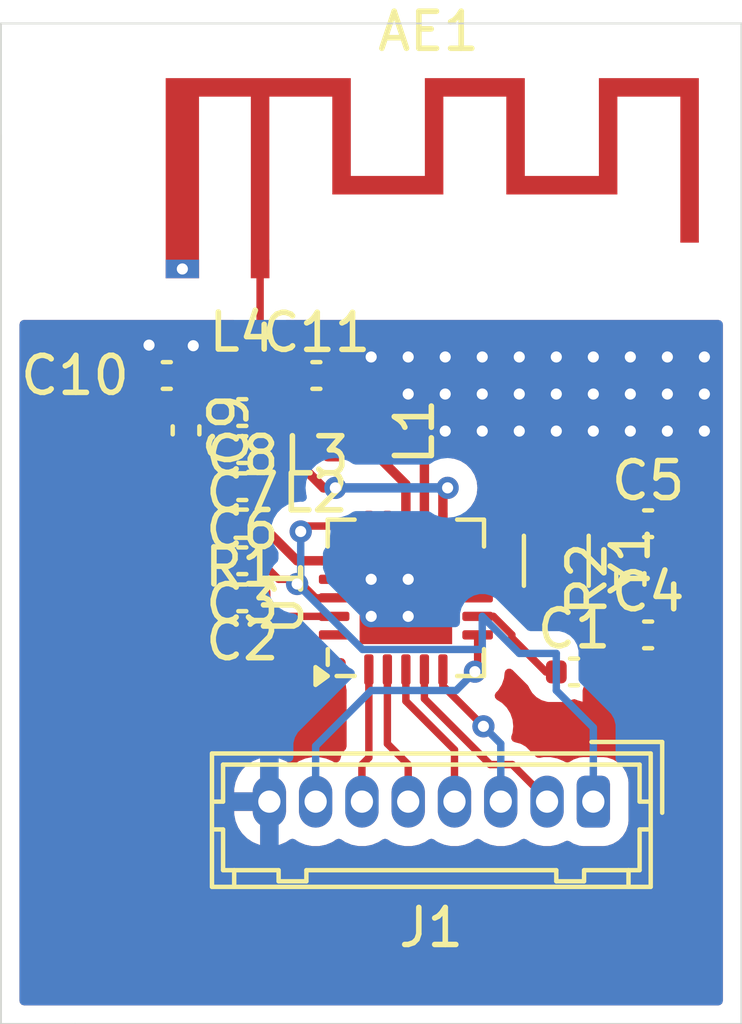
<source format=kicad_pcb>
(kicad_pcb (version 20240108) (generator "pcbnew") (generator_version "8.0")
  (layers (0 "F.Cu" signal) (31 "B.Cu" signal) (34 "B.Paste" user) (35 "F.Paste" user) (36 "B.SilkS" user "B.Silkscreen") (37 "F.SilkS" user "F.Silkscreen") (38 "B.Mask" user) (39 "F.Mask" user) (44 "Edge.Cuts" user))
  (net 0 "")
  (net 1 "Net-(AE1-A)")
  (net 2 "GND")
  (net 3 "VDD")
  (net 4 "Net-(U1-DVDD)")
  (net 5 "Net-(U1-XC2)")
  (net 6 "Net-(U1-XC1)")
  (net 7 "Net-(U1-VDD_PA)")
  (net 8 "Net-(C8-Pad1)")
  (net 9 "Net-(C10-Pad1)")
  (net 10 "Net-(J1-Pin_2)")
  (net 11 "Net-(J1-Pin_4)")
  (net 12 "Net-(J1-Pin_3)")
  (net 13 "Net-(J1-Pin_7)")
  (net 14 "Net-(J1-Pin_5)")
  (net 15 "Net-(J1-Pin_6)")
  (net 16 "Net-(U1-ANT2)")
  (net 17 "Net-(U1-ANT1)")
  (net 18 "Net-(U1-IREF)")
  (net 19 "Net-(U1-VSS-Pad17)")
  (footprint "Capacitor_SMD:C_0402_1005Metric" (layer "F.Cu") (at 72.48 51.5)
    (property "Reference" "C5" (at 0 -1.16 0) (layer "F.SilkS"))
    (property "Value" "22p")
    (fp_line (start -0.107836 -0.36) (end 0.107836 -0.36) (stroke (width 0.12)) (layer "F.SilkS"))
    (fp_line (start -0.107836 0.36) (end 0.107836 0.36) (stroke (width 0.12)) (layer "F.SilkS"))
    (pad "1" smd roundrect (at -0.48 0) (size 0.56 0.62) (layers "F.Cu" "F.Paste" "F.Mask") (net 6 "Net-(U1-XC1)"))
    (pad "2" smd roundrect (at 0.48 0) (size 0.56 0.62) (layers "F.Cu" "F.Paste" "F.Mask") (net 2 "GND"))
  )
  (footprint "Capacitor_SMD:C_0402_1005Metric" (layer "F.Cu") (at 63.52 47.5)
    (property "Reference" "C11" (at 0 -1.16 0) (layer "F.SilkS"))
    (property "Value" "1p")
    (fp_line (start -0.107836 -0.36) (end 0.107836 -0.36) (stroke (width 0.12)) (layer "F.SilkS"))
    (fp_line (start -0.107836 0.36) (end 0.107836 0.36) (stroke (width 0.12)) (layer "F.SilkS"))
    (pad "1" smd roundrect (at -0.48 0) (size 0.56 0.62) (layers "F.Cu" "F.Paste" "F.Mask") (net 1 "Net-(AE1-A)"))
    (pad "2" smd roundrect (at 0.48 0) (size 0.56 0.62) (layers "F.Cu" "F.Paste" "F.Mask") (net 2 "GND"))
  )
  (footprint "Capacitor_SMD:C_0402_1005Metric" (layer "F.Cu") (at 61.52 49.5 180)
    (property "Reference" "C7" (at 0 -1.16 0) (layer "F.SilkS"))
    (property "Value" "C_Small")
    (fp_line (start -0.107836 0.36) (end 0.107836 0.36) (stroke (width 0.12)) (layer "F.SilkS"))
    (fp_line (start -0.107836 -0.36) (end 0.107836 -0.36) (stroke (width 0.12)) (layer "F.SilkS"))
    (pad "1" smd roundrect (at -0.48 0 180) (size 0.56 0.62) (layers "F.Cu" "F.Paste" "F.Mask") (net 7 "Net-(U1-VDD_PA)"))
    (pad "2" smd roundrect (at 0.48 0 180) (size 0.56 0.62) (layers "F.Cu" "F.Paste" "F.Mask") (net 2 "GND"))
  )
  (footprint "Inductor_SMD:L_0402_1005Metric" (layer "F.Cu") (at 63.485 49.5 180)
    (property "Reference" "L2" (at 0 -1.17 0) (layer "F.SilkS"))
    (property "Value" "3n9")
    (pad "1" smd roundrect (at -0.485 0 180) (size 0.59 0.64) (layers "F.Cu" "F.Paste" "F.Mask") (net 16 "Net-(U1-ANT2)"))
    (pad "2" smd roundrect (at 0.485 0 180) (size 0.59 0.64) (layers "F.Cu" "F.Paste" "F.Mask") (net 7 "Net-(U1-VDD_PA)"))
  )
  (footprint "RF_Antenna:Texas_SWRA117D_2.4GHz_Right" (layer "F.Cu") (at 62 44.625)
    (property "Reference" "AE1" (at 4.55 -6.41 0) (layer "F.SilkS"))
    (property "Value" "Antenna")
    (fp_poly (pts (xy 2.45 -2.51) (xy 4.45 -2.51) (xy 4.45 -5.15) (xy 7.15 -5.15) (xy 7.15 -2.51) (xy 9.15 -2.51) (xy 9.15 -5.15) (xy 11.85 -5.15) (xy 11.85 -0.71) (xy 11.35 -0.71) (xy 11.35 -4.65) (xy 9.65 -4.65) (xy 9.65 -2.01) (xy 6.65 -2.01) (xy 6.65 -4.65) (xy 4.95 -4.65) (xy 4.95 -2.01) (xy 1.95 -2.01) (xy 1.95 -4.65) (xy 0.25 -4.65) (xy 0.25 0.25) (xy -0.25 0.25) (xy -0.25 -4.65) (xy -1.65 -4.65) (xy -1.65 0.25) (xy -2.55 0.25) (xy -2.55 0.006785) (xy -2.247583 0.006785) (xy -2.237742 0.054395) (xy -2.213674 0.096797) (xy -2.175731 0.129581) (xy -2.167819 0.133935) (xy -2.125156 0.146043) (xy -2.076637 0.1453) (xy -2.031122 0.1324) (xy -2.012511 0.121787) (xy -1.978868 0.086553) (xy -1.958309 0.041368) (xy -1.951778 -0.008158) (xy -1.960218 -0.056417) (xy -1.977112 -0.088643) (xy -2.012372 -0.121313) (xy -2.057682 -0.141408) (xy -2.107267 -0.147982) (xy -2.155353 -0.140092) (xy -2.188245 -0.123186) (xy -2.223185 -0.086416) (xy -2.242847 -0.041622) (xy -2.247583 0.006785) (xy -2.55 0.006785) (xy -2.55 -5.15) (xy 2.45 -5.15) (xy 2.45 -2.51)) (fill solid) (layer "F.Cu"))
    (pad "1" connect rect (at 0 0) (size 0.5 0.5) (layers "F.Cu") (net 1 "Net-(AE1-A)"))
    (pad "2" thru_hole rect (at -2.1 0) (size 0.9 0.5) (drill 0.3) (layers "*.Cu"))
  )
  (footprint "Package_DFN_QFN:QFN-20-1EP_4x4mm_P0.5mm_EP2.5x2.5mm" (layer "F.Cu") (at 65.9375 53.5 90)
    (property "Reference" "U1" (at 0 -3.3 90) (layer "F.SilkS"))
    (property "Value" "NRF24L01")
    (fp_line (start 2.11 -2.11) (end 2.11 -1.385) (stroke (width 0.12)) (layer "F.SilkS"))
    (fp_line (start 1.385 -2.11) (end 2.11 -2.11) (stroke (width 0.12)) (layer "F.SilkS"))
    (fp_line (start -1.385 -2.11) (end -1.81 -2.11) (stroke (width 0.12)) (layer "F.SilkS"))
    (fp_line (start -2.11 -1.385) (end -2.11 -1.87) (stroke (width 0.12)) (layer "F.SilkS"))
    (fp_line (start 2.11 2.11) (end 2.11 1.385) (stroke (width 0.12)) (layer "F.SilkS"))
    (fp_line (start 1.385 2.11) (end 2.11 2.11) (stroke (width 0.12)) (layer "F.SilkS"))
    (fp_line (start -1.385 2.11) (end -2.11 2.11) (stroke (width 0.12)) (layer "F.SilkS"))
    (fp_line (start -2.11 2.11) (end -2.11 1.385) (stroke (width 0.12)) (layer "F.SilkS"))
    (fp_poly (pts (xy -2.11 -2.11) (xy -2.35 -2.44) (xy -1.87 -2.44) (xy -2.11 -2.11)) (stroke (width 0.12)) (fill solid) (layer "F.SilkS"))
    (pad "1" smd roundrect (at -1.9375 -1 90) (size 0.825 0.25) (layers "F.Cu" "F.Paste" "F.Mask") (net 15 "Net-(J1-Pin_6)"))
    (pad "2" smd roundrect (at -1.9375 -0.5 90) (size 0.825 0.25) (layers "F.Cu" "F.Paste" "F.Mask") (net 14 "Net-(J1-Pin_5)"))
    (pad "3" smd roundrect (at -1.9375 0 90) (size 0.825 0.25) (layers "F.Cu" "F.Paste" "F.Mask") (net 11 "Net-(J1-Pin_4)"))
    (pad "4" smd roundrect (at -1.9375 0.5 90) (size 0.825 0.25) (layers "F.Cu" "F.Paste" "F.Mask") (net 10 "Net-(J1-Pin_2)"))
    (pad "5" smd roundrect (at -1.9375 1 90) (size 0.825 0.25) (layers "F.Cu" "F.Paste" "F.Mask") (net 12 "Net-(J1-Pin_3)"))
    (pad "6" smd roundrect (at -1 1.9375 90) (size 0.25 0.825) (layers "F.Cu" "F.Paste" "F.Mask") (net 13 "Net-(J1-Pin_7)"))
    (pad "7" smd roundrect (at -0.5 1.9375 90) (size 0.25 0.825) (layers "F.Cu" "F.Paste" "F.Mask") (net 3 "VDD"))
    (pad "8" smd roundrect (at 0 1.9375 90) (size 0.25 0.825) (layers "F.Cu" "F.Paste" "F.Mask") (net 19 "Net-(U1-VSS-Pad17)"))
    (pad "9" smd roundrect (at 0.5 1.9375 90) (size 0.25 0.825) (layers "F.Cu" "F.Paste" "F.Mask") (net 5 "Net-(U1-XC2)"))
    (pad "10" smd roundrect (at 1 1.9375 90) (size 0.25 0.825) (layers "F.Cu" "F.Paste" "F.Mask") (net 6 "Net-(U1-XC1)"))
    (pad "11" smd roundrect (at 1.9375 1 90) (size 0.825 0.25) (layers "F.Cu" "F.Paste" "F.Mask") (net 7 "Net-(U1-VDD_PA)"))
    (pad "12" smd roundrect (at 1.9375 0.5 90) (size 0.825 0.25) (layers "F.Cu" "F.Paste" "F.Mask") (net 17 "Net-(U1-ANT1)"))
    (pad "13" smd roundrect (at 1.9375 0 90) (size 0.825 0.25) (layers "F.Cu" "F.Paste" "F.Mask") (net 16 "Net-(U1-ANT2)"))
    (pad "14" smd roundrect (at 1.9375 -0.5 90) (size 0.825 0.25) (layers "F.Cu" "F.Paste" "F.Mask") (net 2 "GND"))
    (pad "15" smd roundrect (at 1.9375 -1 90) (size 0.825 0.25) (layers "F.Cu" "F.Paste" "F.Mask") (net 3 "VDD"))
    (pad "16" smd roundrect (at 1 -1.9375 90) (size 0.25 0.825) (layers "F.Cu" "F.Paste" "F.Mask") (net 18 "Net-(U1-IREF)"))
    (pad "17" smd roundrect (at 0.5 -1.9375 90) (size 0.25 0.825) (layers "F.Cu" "F.Paste" "F.Mask") (net 19 "Net-(U1-VSS-Pad17)"))
    (pad "18" smd roundrect (at 0 -1.9375 90) (size 0.25 0.825) (layers "F.Cu" "F.Paste" "F.Mask") (net 3 "VDD"))
    (pad "19" smd roundrect (at -0.5 -1.9375 90) (size 0.25 0.825) (layers "F.Cu" "F.Paste" "F.Mask") (net 4 "Net-(U1-DVDD)"))
    (pad "20" smd roundrect (at -1 -1.9375 90) (size 0.25 0.825) (layers "F.Cu" "F.Paste" "F.Mask") (net 19 "Net-(U1-VSS-Pad17)"))
    (pad "21" smd rect (at 0 0 90) (size 2.5 2.5) (property pad_prop_heatsink) (layers "F.Cu" "F.Mask"))
  )
  (footprint "Inductor_SMD:L_0402_1005Metric" (layer "F.Cu") (at 61.515 47.5)
    (property "Reference" "L4" (at 0 -1.17 0) (layer "F.SilkS"))
    (property "Value" "Lx")
    (pad "1" smd roundrect (at -0.485 0) (size 0.59 0.64) (layers "F.Cu" "F.Paste" "F.Mask") (net 9 "Net-(C10-Pad1)"))
    (pad "2" smd roundrect (at 0.485 0) (size 0.59 0.64) (layers "F.Cu" "F.Paste" "F.Mask") (net 1 "Net-(AE1-A)"))
  )
  (footprint "Capacitor_SMD:C_0402_1005Metric" (layer "F.Cu") (at 61.52 52.5 180)
    (property "Reference" "C3" (at 0 -1.16 0) (layer "F.SilkS"))
    (property "Value" "10n")
    (fp_line (start -0.107836 0.36) (end 0.107836 0.36) (stroke (width 0.12)) (layer "F.SilkS"))
    (fp_line (start -0.107836 -0.36) (end 0.107836 -0.36) (stroke (width 0.12)) (layer "F.SilkS"))
    (pad "1" smd roundrect (at -0.48 0 180) (size 0.56 0.62) (layers "F.Cu" "F.Paste" "F.Mask") (net 3 "VDD"))
    (pad "2" smd roundrect (at 0.48 0 180) (size 0.56 0.62) (layers "F.Cu" "F.Paste" "F.Mask") (net 2 "GND"))
  )
  (footprint "Capacitor_SMD:C_0402_1005Metric" (layer "F.Cu") (at 60 48.98 -90)
    (property "Reference" "C9" (at 0 -1.16 90) (layer "F.SilkS"))
    (property "Value" "1p")
    (fp_line (start -0.107836 0.36) (end 0.107836 0.36) (stroke (width 0.12)) (layer "F.SilkS"))
    (fp_line (start -0.107836 -0.36) (end 0.107836 -0.36) (stroke (width 0.12)) (layer "F.SilkS"))
    (pad "1" smd roundrect (at -0.48 0 270) (size 0.56 0.62) (layers "F.Cu" "F.Paste" "F.Mask") (net 9 "Net-(C10-Pad1)"))
    (pad "2" smd roundrect (at 0.48 0 270) (size 0.56 0.62) (layers "F.Cu" "F.Paste" "F.Mask") (net 2 "GND"))
  )
  (footprint "Capacitor_SMD:C_0402_1005Metric" (layer "F.Cu") (at 59.48 47.5 180)
    (property "Reference" "C10" (at 2.48 0 0) (layer "F.SilkS"))
    (property "Value" "1p")
    (fp_line (start -0.107836 0.36) (end 0.107836 0.36) (stroke (width 0.12)) (layer "F.SilkS"))
    (fp_line (start -0.107836 -0.36) (end 0.107836 -0.36) (stroke (width 0.12)) (layer "F.SilkS"))
    (pad "1" smd roundrect (at -0.48 0 180) (size 0.56 0.62) (layers "F.Cu" "F.Paste" "F.Mask") (net 9 "Net-(C10-Pad1)"))
    (pad "2" smd roundrect (at 0.48 0 180) (size 0.56 0.62) (layers "F.Cu" "F.Paste" "F.Mask") (net 2 "GND"))
  )
  (footprint "Resistor_SMD:R_0402_1005Metric" (layer "F.Cu") (at 72 52.99 90)
    (property "Reference" "R2" (at 0 -1.17 90) (layer "F.SilkS"))
    (property "Value" "10M")
    (fp_line (start -0.153641 -0.38) (end 0.153641 -0.38) (stroke (width 0.12)) (layer "F.SilkS"))
    (fp_line (start -0.153641 0.38) (end 0.153641 0.38) (stroke (width 0.12)) (layer "F.SilkS"))
    (pad "1" smd roundrect (at -0.51 0 90) (size 0.54 0.64) (layers "F.Cu" "F.Paste" "F.Mask") (net 5 "Net-(U1-XC2)"))
    (pad "2" smd roundrect (at 0.51 0 90) (size 0.54 0.64) (layers "F.Cu" "F.Paste" "F.Mask") (net 6 "Net-(U1-XC1)"))
  )
  (footprint "Crystal:Crystal_SMD_3215-2Pin_3.2x1.5mm" (layer "F.Cu") (at 70 52.5 -90)
    (property "Reference" "Y1" (at 0 -2 90) (layer "F.SilkS"))
    (property "Value" "16MHZ")
    (fp_line (start -0.675 0.875) (end 0.675 0.875) (stroke (width 0.12)) (layer "F.SilkS"))
    (fp_line (start -0.675 -0.875) (end 0.675 -0.875) (stroke (width 0.12)) (layer "F.SilkS"))
    (pad "1" smd rect (at 1.25 0 270) (size 1 1.8) (layers "F.Cu" "F.Paste" "F.Mask") (net 5 "Net-(U1-XC2)"))
    (pad "2" smd rect (at -1.25 0 270) (size 1 1.8) (layers "F.Cu" "F.Paste" "F.Mask") (net 6 "Net-(U1-XC1)"))
  )
  (footprint "Inductor_SMD:L_0402_1005Metric" (layer "F.Cu") (at 63.515 48.5 180)
    (property "Reference" "L3" (at 0 -1.17 0) (layer "F.SilkS"))
    (property "Value" "2n7")
    (pad "1" smd roundrect (at -0.485 0 180) (size 0.59 0.64) (layers "F.Cu" "F.Paste" "F.Mask") (net 17 "Net-(U1-ANT1)"))
    (pad "2" smd roundrect (at 0.485 0 180) (size 0.59 0.64) (layers "F.Cu" "F.Paste" "F.Mask") (net 8 "Net-(C8-Pad1)"))
  )
  (footprint "Inductor_SMD:L_0402_1005Metric" (layer "F.Cu") (at 65 49.015 -90)
    (property "Reference" "L1" (at 0 -1.17 90) (layer "F.SilkS"))
    (property "Value" "8n2")
    (pad "1" smd roundrect (at -0.485 0 270) (size 0.59 0.64) (layers "F.Cu" "F.Paste" "F.Mask") (net 17 "Net-(U1-ANT1)"))
    (pad "2" smd roundrect (at 0.485 0 270) (size 0.59 0.64) (layers "F.Cu" "F.Paste" "F.Mask") (net 16 "Net-(U1-ANT2)"))
  )
  (footprint "Capacitor_SMD:C_0402_1005Metric" (layer "F.Cu") (at 72.48 54.5)
    (property "Reference" "C4" (at 0 -1.16 0) (layer "F.SilkS"))
    (property "Value" "22p")
    (fp_line (start -0.107836 -0.36) (end 0.107836 -0.36) (stroke (width 0.12)) (layer "F.SilkS"))
    (fp_line (start -0.107836 0.36) (end 0.107836 0.36) (stroke (width 0.12)) (layer "F.SilkS"))
    (pad "1" smd roundrect (at -0.48 0) (size 0.56 0.62) (layers "F.Cu" "F.Paste" "F.Mask") (net 5 "Net-(U1-XC2)"))
    (pad "2" smd roundrect (at 0.48 0) (size 0.56 0.62) (layers "F.Cu" "F.Paste" "F.Mask") (net 2 "GND"))
  )
  (footprint "Capacitor_SMD:C_0402_1005Metric" (layer "F.Cu") (at 70.48 55.5)
    (property "Reference" "C1" (at 0 -1.16 0) (layer "F.SilkS"))
    (property "Value" "1n")
    (fp_line (start -0.107836 -0.36) (end 0.107836 -0.36) (stroke (width 0.12)) (layer "F.SilkS"))
    (fp_line (start -0.107836 0.36) (end 0.107836 0.36) (stroke (width 0.12)) (layer "F.SilkS"))
    (pad "1" smd roundrect (at -0.48 0) (size 0.56 0.62) (layers "F.Cu" "F.Paste" "F.Mask") (net 3 "VDD"))
    (pad "2" smd roundrect (at 0.48 0) (size 0.56 0.62) (layers "F.Cu" "F.Paste" "F.Mask") (net 2 "GND"))
  )
  (footprint "Connector_Hirose:Hirose_DF13-08P-1.25DSA_1x08_P1.25mm_Vertical" (layer "F.Cu") (at 71 59 180)
    (property "Reference" "J1" (at 4.38 -3.4 0) (layer "F.SilkS"))
    (property "Value" "Conn_01x08_Pin")
    (fp_line (start 10.3 1.3) (end 10.3 -2.3) (stroke (width 0.12)) (layer "F.SilkS"))
    (fp_line (start 10.3 -0.75) (end 10 -0.75) (stroke (width 0.12)) (layer "F.SilkS"))
    (fp_line (start 10.3 -2.3) (end -1.55 -2.3) (stroke (width 0.12)) (layer "F.SilkS"))
    (fp_line (start 10 1) (end 10 0) (stroke (width 0.12)) (layer "F.SilkS"))
    (fp_line (start 10 0) (end 10.3 0) (stroke (width 0.12)) (layer "F.SilkS"))
    (fp_line (start 10 -0.75) (end 10 -1.85) (stroke (width 0.12)) (layer "F.SilkS"))
    (fp_line (start 10 -1.85) (end 9.7 -1.85) (stroke (width 0.12)) (layer "F.SilkS"))
    (fp_line (start 9.7 -1.85) (end 9.7 -2.3) (stroke (width 0.12)) (layer "F.SilkS"))
    (fp_line (start 8.5 -1.85) (end 9.7 -1.85) (stroke (width 0.12)) (layer "F.SilkS"))
    (fp_line (start 8.5 -2.15) (end 8.5 -1.85) (stroke (width 0.12)) (layer "F.SilkS"))
    (fp_line (start 7.75 -1.85) (end 7.75 -2.15) (stroke (width 0.12)) (layer "F.SilkS"))
    (fp_line (start 7.75 -2.15) (end 8.5 -2.15) (stroke (width 0.12)) (layer "F.SilkS"))
    (fp_line (start 1 -1.85) (end 7.75 -1.85) (stroke (width 0.12)) (layer "F.SilkS"))
    (fp_line (start 1 -2.15) (end 1 -1.85) (stroke (width 0.12)) (layer "F.SilkS"))
    (fp_line (start 0.25 -1.85) (end 0.25 -2.15) (stroke (width 0.12)) (layer "F.SilkS"))
    (fp_line (start 0.25 -2.15) (end 1 -2.15) (stroke (width 0.12)) (layer "F.SilkS"))
    (fp_line (start -0.95 -1.85) (end 0.25 -1.85) (stroke (width 0.12)) (layer "F.SilkS"))
    (fp_line (start -0.95 -1.85) (end -0.95 -2.3) (stroke (width 0.12)) (layer "F.SilkS"))
    (fp_line (start -1.25 1) (end 10 1) (stroke (width 0.12)) (layer "F.SilkS"))
    (fp_line (start -1.25 0) (end -1.25 1) (stroke (width 0.12)) (layer "F.SilkS"))
    (fp_line (start -1.25 -0.75) (end -1.25 -1.85) (stroke (width 0.12)) (layer "F.SilkS"))
    (fp_line (start -1.25 -1.85) (end -0.95 -1.85) (stroke (width 0.12)) (layer "F.SilkS"))
    (fp_line (start -1.55 1.3) (end 10.3 1.3) (stroke (width 0.12)) (layer "F.SilkS"))
    (fp_line (start -1.55 0) (end -1.25 0) (stroke (width 0.12)) (layer "F.SilkS"))
    (fp_line (start -1.55 -0.75) (end -1.25 -0.75) (stroke (width 0.12)) (layer "F.SilkS"))
    (fp_line (start -1.55 -2.3) (end -1.55 1.3) (stroke (width 0.12)) (layer "F.SilkS"))
    (fp_line (start -1.86 1.61) (end 0.05 1.61) (stroke (width 0.12)) (layer "F.SilkS"))
    (fp_line (start -1.86 -0.3) (end -1.86 1.61) (stroke (width 0.12)) (layer "F.SilkS"))
    (pad "1" thru_hole roundrect (at 0 0 180) (size 0.9 1.4) (drill 0.6) (layers "*.Cu" "*.Mask") (net 3 "VDD"))
    (pad "2" thru_hole oval (at 1.25 0 180) (size 0.9 1.4) (drill 0.6) (layers "*.Cu" "*.Mask") (net 10 "Net-(J1-Pin_2)"))
    (pad "3" thru_hole oval (at 2.5 0 180) (size 0.9 1.4) (drill 0.6) (layers "*.Cu" "*.Mask") (net 12 "Net-(J1-Pin_3)"))
    (pad "4" thru_hole oval (at 3.75 0 180) (size 0.9 1.4) (drill 0.6) (layers "*.Cu" "*.Mask") (net 11 "Net-(J1-Pin_4)"))
    (pad "5" thru_hole oval (at 5 0 180) (size 0.9 1.4) (drill 0.6) (layers "*.Cu" "*.Mask") (net 14 "Net-(J1-Pin_5)"))
    (pad "6" thru_hole oval (at 6.25 0 180) (size 0.9 1.4) (drill 0.6) (layers "*.Cu" "*.Mask") (net 15 "Net-(J1-Pin_6)"))
    (pad "7" thru_hole oval (at 7.5 0 180) (size 0.9 1.4) (drill 0.6) (layers "*.Cu" "*.Mask") (net 13 "Net-(J1-Pin_7)"))
    (pad "8" thru_hole oval (at 8.75 0 180) (size 0.9 1.4) (drill 0.6) (layers "*.Cu" "*.Mask") (net 2 "GND"))
  )
  (footprint "Capacitor_SMD:C_0402_1005Metric" (layer "F.Cu") (at 61.52 50.5 180)
    (property "Reference" "C6" (at 0 -1.16 0) (layer "F.SilkS"))
    (property "Value" "C_Small")
    (fp_line (start -0.107836 0.36) (end 0.107836 0.36) (stroke (width 0.12)) (layer "F.SilkS"))
    (fp_line (start -0.107836 -0.36) (end 0.107836 -0.36) (stroke (width 0.12)) (layer "F.SilkS"))
    (pad "1" smd roundrect (at -0.48 0 180) (size 0.56 0.62) (layers "F.Cu" "F.Paste" "F.Mask") (net 7 "Net-(U1-VDD_PA)"))
    (pad "2" smd roundrect (at 0.48 0 180) (size 0.56 0.62) (layers "F.Cu" "F.Paste" "F.Mask") (net 2 "GND"))
  )
  (footprint "Capacitor_SMD:C_0402_1005Metric" (layer "F.Cu") (at 61.52 53.5 180)
    (property "Reference" "C2" (at 0 -1.16 0) (layer "F.SilkS"))
    (property "Value" "33N")
    (fp_line (start -0.107836 0.36) (end 0.107836 0.36) (stroke (width 0.12)) (layer "F.SilkS"))
    (fp_line (start -0.107836 -0.36) (end 0.107836 -0.36) (stroke (width 0.12)) (layer "F.SilkS"))
    (pad "1" smd roundrect (at -0.48 0 180) (size 0.56 0.62) (layers "F.Cu" "F.Paste" "F.Mask") (net 4 "Net-(U1-DVDD)"))
    (pad "2" smd roundrect (at 0.48 0 180) (size 0.56 0.62) (layers "F.Cu" "F.Paste" "F.Mask") (net 2 "GND"))
  )
  (footprint "Capacitor_SMD:C_0402_1005Metric" (layer "F.Cu") (at 61.52 48.5 180)
    (property "Reference" "C8" (at 0 -1.16 0) (layer "F.SilkS"))
    (property "Value" "1p5")
    (fp_line (start -0.107836 0.36) (end 0.107836 0.36) (stroke (width 0.12)) (layer "F.SilkS"))
    (fp_line (start -0.107836 -0.36) (end 0.107836 -0.36) (stroke (width 0.12)) (layer "F.SilkS"))
    (pad "1" smd roundrect (at -0.48 0 180) (size 0.56 0.62) (layers "F.Cu" "F.Paste" "F.Mask") (net 8 "Net-(C8-Pad1)"))
    (pad "2" smd roundrect (at 0.48 0 180) (size 0.56 0.62) (layers "F.Cu" "F.Paste" "F.Mask") (net 9 "Net-(C10-Pad1)"))
  )
  (footprint "Resistor_SMD:R_0402_1005Metric" (layer "F.Cu") (at 61.49 51.5 180)
    (property "Reference" "R1" (at 0 -1.17 0) (layer "F.SilkS"))
    (property "Value" "22k")
    (fp_line (start -0.153641 0.38) (end 0.153641 0.38) (stroke (width 0.12)) (layer "F.SilkS"))
    (fp_line (start -0.153641 -0.38) (end 0.153641 -0.38) (stroke (width 0.12)) (layer "F.SilkS"))
    (pad "1" smd roundrect (at -0.51 0 180) (size 0.54 0.64) (layers "F.Cu" "F.Paste" "F.Mask") (net 18 "Net-(U1-IREF)"))
    (pad "2" smd roundrect (at 0.51 0 180) (size 0.54 0.64) (layers "F.Cu" "F.Paste" "F.Mask") (net 2 "GND"))
  )
  (gr_line (start 75 65) (end 57 65) (stroke (width 0.05)) (layer "Edge.Cuts"))
  (gr_line (start 55 65) (end 55 38) (stroke (width 0.05)) (layer "Edge.Cuts"))
  (gr_line (start 57 65) (end 55 65) (stroke (width 0.05)) (layer "Edge.Cuts"))
  (gr_line (start 75 60) (end 75 65) (stroke (width 0.05)) (layer "Edge.Cuts"))
  (gr_line (start 55 38) (end 75 38) (stroke (width 0.05)) (layer "Edge.Cuts"))
  (gr_line (start 55 65) (end 55 41) (stroke (width 0.05)) (layer "Edge.Cuts"))
  (gr_line (start 75 38) (end 75 60) (stroke (width 0.05)) (layer "Edge.Cuts"))
  (segment (start 62 47.5) (end 63.04 47.5) (width 0.508) (layer "F.Cu") (net 1))
  (segment (start 62 44.625) (end 62 47.5) (width 0.2) (layer "F.Cu") (net 1))
  (segment (start 60.17805 46.680001) (end 60.194626 46.696577) (width 0.2) (layer "F.Cu") (net 2))
  (via (at 73 47) (size 0.6) (drill 0.3) (layers "F.Cu" "B.Cu") (net 2))
  (via (at 67 48) (size 0.6) (drill 0.3) (layers "F.Cu" "B.Cu") (net 2))
  (via (at 65 53) (size 0.6) (drill 0.3) (layers "F.Cu" "B.Cu") (net 2))
  (via (at 74 47) (size 0.6) (drill 0.3) (layers "F.Cu" "B.Cu") (net 2))
  (via (at 71 48) (size 0.6) (drill 0.3) (layers "F.Cu" "B.Cu") (net 2))
  (via (at 69 49) (size 0.6) (drill 0.3) (layers "F.Cu" "B.Cu") (net 2))
  (via (at 66 54) (size 0.6) (drill 0.3) (layers "F.Cu" "B.Cu") (net 2))
  (via (at 69 48) (size 0.6) (drill 0.3) (layers "F.Cu" "B.Cu") (net 2))
  (via (at 68 47) (size 0.6) (drill 0.3) (layers "F.Cu" "B.Cu") (net 2))
  (via (at 70 48) (size 0.6) (drill 0.3) (layers "F.Cu" "B.Cu") (net 2))
  (via (at 66 53) (size 0.6) (drill 0.3) (layers "F.Cu" "B.Cu") (net 2))
  (via (at 68 48) (size 0.6) (drill 0.3) (layers "F.Cu" "B.Cu") (net 2))
  (via (at 65 47) (size 0.6) (drill 0.3) (layers "F.Cu" "B.Cu") (net 2))
  (via (at 67 47) (size 0.6) (drill 0.3) (layers "F.Cu" "B.Cu") (net 2))
  (via (at 66 48) (size 0.6) (drill 0.3) (layers "F.Cu" "B.Cu") (net 2))
  (via (at 72 48) (size 0.6) (drill 0.3) (layers "F.Cu" "B.Cu") (net 2))
  (via (at 67 49) (size 0.6) (drill 0.3) (layers "F.Cu" "B.Cu") (net 2))
  (via (at 65 54) (size 0.6) (drill 0.3) (layers "F.Cu" "B.Cu") (net 2))
  (via (at 71 49) (size 0.6) (drill 0.3) (layers "F.Cu" "B.Cu") (net 2))
  (via (at 74 49) (size 0.6) (drill 0.3) (layers "F.Cu" "B.Cu") (net 2))
  (via (at 59 46.680001) (size 0.6) (drill 0.3) (layers "F.Cu" "B.Cu") (net 2))
  (via (at 72 49) (size 0.6) (drill 0.3) (layers "F.Cu" "B.Cu") (net 2))
  (via (at 60.194626 46.696577) (size 0.6) (drill 0.3) (layers "F.Cu" "B.Cu") (net 2))
  (via (at 68 49) (size 0.6) (drill 0.3) (layers "F.Cu" "B.Cu") (net 2))
  (via (at 70 47) (size 0.6) (drill 0.3) (layers "F.Cu" "B.Cu") (net 2))
  (via (at 69 47) (size 0.6) (drill 0.3) (layers "F.Cu" "B.Cu") (net 2))
  (via (at 73 48) (size 0.6) (drill 0.3) (layers "F.Cu" "B.Cu") (net 2))
  (via (at 71 47) (size 0.6) (drill 0.3) (layers "F.Cu" "B.Cu") (net 2))
  (via (at 70 49) (size 0.6) (drill 0.3) (layers "F.Cu" "B.Cu") (net 2))
  (via (at 66 47) (size 0.6) (drill 0.3) (layers "F.Cu" "B.Cu") (net 2))
  (via (at 74 48) (size 0.6) (drill 0.3) (layers "F.Cu" "B.Cu") (net 2))
  (via (at 72 47) (size 0.6) (drill 0.3) (layers "F.Cu" "B.Cu") (net 2))
  (via (at 73 49) (size 0.6) (drill 0.3) (layers "F.Cu" "B.Cu") (net 2))
  (segment (start 63.096678 51.709966) (end 63.17687 51.790158) (width 0.2) (layer "F.Cu") (net 3))
  (segment (start 69.720001 55.5) (end 68.8 54.579999) (width 0.2) (layer "F.Cu") (net 3))
  (segment (start 63.096678 51.709966) (end 63.244144 51.5625) (width 0.2) (layer "F.Cu") (net 3))
  (segment (start 68.8 54.498114) (end 68.301886 54) (width 0.2) (layer "F.Cu") (net 3))
  (segment (start 63.244144 51.5625) (end 64.9375 51.5625) (width 0.2) (layer "F.Cu") (net 3))
  (segment (start 63.5 53.5) (end 63 53) (width 0.2) (layer "F.Cu") (net 3))
  (segment (start 70 55.5) (end 69.720001 55.5) (width 0.2) (layer "F.Cu") (net 3))
  (segment (start 64 53.5) (end 63.5 53.5) (width 0.2) (layer "F.Cu") (net 3))
  (segment (start 68.8 54.579999) (end 68.8 54.498114) (width 0.2) (layer "F.Cu") (net 3))
  (segment (start 63 53) (end 62.5 53) (width 0.2) (layer "F.Cu") (net 3))
  (segment (start 62.5 53) (end 62 52.5) (width 0.2) (layer "F.Cu") (net 3))
  (segment (start 68.301886 54) (end 67.875 54) (width 0.2) (layer "F.Cu") (net 3))
  (via (at 63 53.127) (size 0.6) (drill 0.3) (layers "F.Cu" "B.Cu") (net 3))
  (via (at 63.096678 51.709966) (size 0.6) (drill 0.3) (layers "F.Cu" "B.Cu") (net 3))
  (segment (start 70 55) (end 70 56) (width 0.2) (layer "B.Cu") (net 3))
  (segment (start 63 53) (end 63 53.127) (width 0.2) (layer "B.Cu") (net 3))
  (segment (start 71 57) (end 71 59) (width 0.2) (layer "B.Cu") (net 3))
  (segment (start 68 54.893137) (end 68 54) (width 0.2) (layer "B.Cu") (net 3))
  (segment (start 70 56) (end 71 57) (width 0.2) (layer "B.Cu") (net 3))
  (segment (start 63.096678 51.709966) (end 63.096678 52.903322) (width 0.2) (layer "B.Cu") (net 3))
  (segment (start 63.096678 52.903322) (end 63 53) (width 0.2) (layer "B.Cu") (net 3))
  (segment (start 63 53.127) (end 64.766137 54.893137) (width 0.2) (layer "B.Cu") (net 3))
  (segment (start 69 55) (end 70 55) (width 0.2) (layer "B.Cu") (net 3))
  (segment (start 64.766137 54.893137) (end 68 54.893137) (width 0.2) (layer "B.Cu") (net 3))
  (segment (start 68 54) (end 69 55) (width 0.2) (layer "B.Cu") (net 3))
  (segment (start 62.5 54) (end 62 53.5) (width 0.2) (layer "F.Cu") (net 4))
  (segment (start 64 54) (end 62.5 54) (width 0.2) (layer "F.Cu") (net 4))
  (segment (start 72 53.5) (end 70.25 53.5) (width 0.2) (layer "F.Cu") (net 5))
  (segment (start 69.25 53) (end 70 53.75) (width 0.2) (layer "F.Cu") (net 5))
  (segment (start 67.875 53) (end 69.25 53) (width 0.2) (layer "F.Cu") (net 5))
  (segment (start 70.25 53.5) (end 70 53.75) (width 0.2) (layer "F.Cu") (net 5))
  (segment (start 72 54.5) (end 72 53.5) (width 0.2) (layer "F.Cu") (net 5))
  (segment (start 69.5 52.5) (end 70 52) (width 0.2) (layer "F.Cu") (net 6))
  (segment (start 72 51.5) (end 70.25 51.5) (width 0.2) (layer "F.Cu") (net 6))
  (segment (start 67.875 52.5) (end 69.5 52.5) (width 0.2) (layer "F.Cu") (net 6))
  (segment (start 70.25 51.5) (end 70 51.25) (width 0.2) (layer "F.Cu") (net 6))
  (segment (start 70 52) (end 70 51.25) (width 0.2) (layer "F.Cu") (net 6))
  (segment (start 72 52.48) (end 72 51.5) (width 0.2) (layer "F.Cu") (net 6))
  (segment (start 67.03225 50.53225) (end 67.0645 50.53225) (width 0.254) (layer "F.Cu") (net 7))
  (segment (start 63 49.5) (end 63 49.819999) (width 0.254) (layer "F.Cu") (net 7))
  (segment (start 62 49.5) (end 62 50.5) (width 0.508) (layer "F.Cu") (net 7))
  (segment (start 66.9375 50.627) (end 67.0645 50.5) (width 0.254) (layer "F.Cu") (net 7))
  (segment (start 63 49.5) (end 62 49.5) (width 0.508) (layer "F.Cu") (net 7))
  (segment (start 66.9375 50.627) (end 67.03225 50.53225) (width 0.254) (layer "F.Cu") (net 7))
  (segment (start 63 49.819999) (end 63.712251 50.53225) (width 0.254) (layer "F.Cu") (net 7))
  (segment (start 66.9375 51.5625) (end 66.9375 50.627) (width 0.254) (layer "F.Cu") (net 7))
  (segment (start 63.712251 50.53225) (end 64.03225 50.53225) (width 0.254) (layer "F.Cu") (net 7))
  (via (at 64.03225 50.53225) (size 0.6) (drill 0.3) (layers "F.Cu" "B.Cu") (net 7))
  (via (at 67.0645 50.53225) (size 0.6) (drill 0.3) (layers "F.Cu" "B.Cu") (net 7))
  (segment (start 67.0645 50.53225) (end 64.03225 50.53225) (width 0.254) (layer "B.Cu") (net 7))
  (segment (start 64 50.5) (end 64.03225 50.53225) (width 0.254) (layer "B.Cu") (net 7))
  (segment (start 62 48.5) (end 63.03 48.5) (width 0.508) (layer "F.Cu") (net 8))
  (segment (start 61.03 48.49) (end 61.04 48.5) (width 0.508) (layer "F.Cu") (net 9))
  (segment (start 59.96 48.46) (end 60 48.5) (width 0.508) (layer "F.Cu") (net 9))
  (segment (start 61.03 47.5) (end 61.03 48.49) (width 0.508) (layer "F.Cu") (net 9))
  (segment (start 61.04 48.5) (end 60 48.5) (width 0.508) (layer "F.Cu") (net 9))
  (segment (start 59.96 47.5) (end 59.96 48.46) (width 0.508) (layer "F.Cu") (net 9))
  (segment (start 66.4375 56.221814) (end 68.215686 58) (width 0.2) (layer "F.Cu") (net 10))
  (segment (start 68.81066 58) (end 69.75 58.93934) (width 0.2) (layer "F.Cu") (net 10))
  (segment (start 69.75 58.93934) (end 69.75 59) (width 0.2) (layer "F.Cu") (net 10))
  (segment (start 68.215686 58) (end 68.81066 58) (width 0.2) (layer "F.Cu") (net 10))
  (segment (start 66.4375 55.4375) (end 66.4375 56.221814) (width 0.2) (layer "F.Cu") (net 10))
  (segment (start 67.25 57.6) (end 65.9375 56.2875) (width 0.2) (layer "F.Cu") (net 11))
  (segment (start 65.9375 56.2875) (end 65.9375 55.4375) (width 0.2) (layer "F.Cu") (net 11))
  (segment (start 67.25 59) (end 67.25 57.6) (width 0.2) (layer "F.Cu") (net 11))
  (segment (start 66.9375 55.4375) (end 66.9375 55.873284) (width 0.2) (layer "F.Cu") (net 12))
  (segment (start 66.9375 55.873284) (end 68.032108 56.967892) (width 0.2) (layer "F.Cu") (net 12))
  (segment (start 68.5 59.4) (end 68.5 59) (width 0.2) (layer "F.Cu") (net 12))
  (via (at 68.032108 56.967892) (size 0.6) (drill 0.3) (layers "F.Cu" "B.Cu") (net 12))
  (segment (start 68.5 57.435784) (end 68.5 59) (width 0.2) (layer "B.Cu") (net 12))
  (segment (start 68.032108 56.967892) (end 68.5 57.435784) (width 0.2) (layer "B.Cu") (net 12))
  (segment (start 63.5 59) (end 63.5 59.4) (width 0.2) (layer "F.Cu") (net 13))
  (segment (start 67.875 55.420098) (end 67.875 54.5) (width 0.2) (layer "F.Cu") (net 13))
  (segment (start 67.801961 55.493137) (end 67.875 55.420098) (width 0.2) (layer "F.Cu") (net 13))
  (via (at 67.801961 55.493137) (size 0.6) (drill 0.3) (layers "F.Cu" "B.Cu") (net 13))
  (segment (start 63.5 57.5) (end 63.5 59) (width 0.2) (layer "B.Cu") (net 13))
  (segment (start 65 56) (end 63.5 57.5) (width 0.2) (layer "B.Cu") (net 13))
  (segment (start 67.801961 55.493137) (end 67.295098 56) (width 0.2) (layer "B.Cu") (net 13))
  (segment (start 67.295098 56) (end 65 56) (width 0.2) (layer "B.Cu") (net 13))
  (segment (start 65.4375 57.4375) (end 66 58) (width 0.2) (layer "F.Cu") (net 14))
  (segment (start 65.4375 55.4375) (end 65.4375 57.4375) (width 0.2) (layer "F.Cu") (net 14))
  (segment (start 66 59) (end 66 58) (width 0.2) (layer "F.Cu") (net 14))
  (segment (start 64.9375 57.8125) (end 64.9375 55.4375) (width 0.2) (layer "F.Cu") (net 15))
  (segment (start 64.75 58) (end 64.75 59) (width 0.2) (layer "F.Cu") (net 15))
  (segment (start 64.75 58) (end 64.9375 57.8125) (width 0.2) (layer "F.Cu") (net 15))
  (segment (start 65.9375 50.4375) (end 65 49.5) (width 0.254) (layer "F.Cu") (net 16))
  (segment (start 65.9375 51.5625) (end 65.9375 50.4375) (width 0.254) (layer "F.Cu") (net 16))
  (segment (start 66.4375 49.647501) (end 66.145 49.355001) (width 0.254) (layer "F.Cu") (net 17))
  (segment (start 64.97 48.5) (end 65 48.53) (width 0.2) (layer "F.Cu") (net 17))
  (segment (start 65.319999 48.53) (end 65 48.53) (width 0.254) (layer "F.Cu") (net 17))
  (segment (start 66.145 49.355) (end 65.645 48.855) (width 0.254) (layer "F.Cu") (net 17))
  (segment (start 65.645 48.855) (end 65.319999 48.53) (width 0.254) (layer "F.Cu") (net 17))
  (segment (start 66.145 49.355001) (end 66.145 49.355) (width 0.254) (layer "F.Cu") (net 17))
  (segment (start 66.4375 51.5625) (end 66.4375 49.647501) (width 0.254) (layer "F.Cu") (net 17))
  (segment (start 64 48.5) (end 64.97 48.5) (width 0.2) (layer "F.Cu") (net 17))
  (segment (start 63 52.5) (end 62 51.5) (width 0.254) (layer "F.Cu") (net 18))
  (segment (start 64 52.5) (end 63 52.5) (width 0.254) (layer "F.Cu") (net 18))
  (zone (net 2) (net_name "GND") (layers "F&B.Cu") (priority 1) (connect_pads (clearance 0.5)) (min_thickness 0.25) (fill yes (thermal_gap 0.5) (thermal_bridge_width 0.5))
    (polygon (pts (xy 55 46) (xy 75 46) (xy 75 65) (xy 55 65)))
  )
)
</source>
